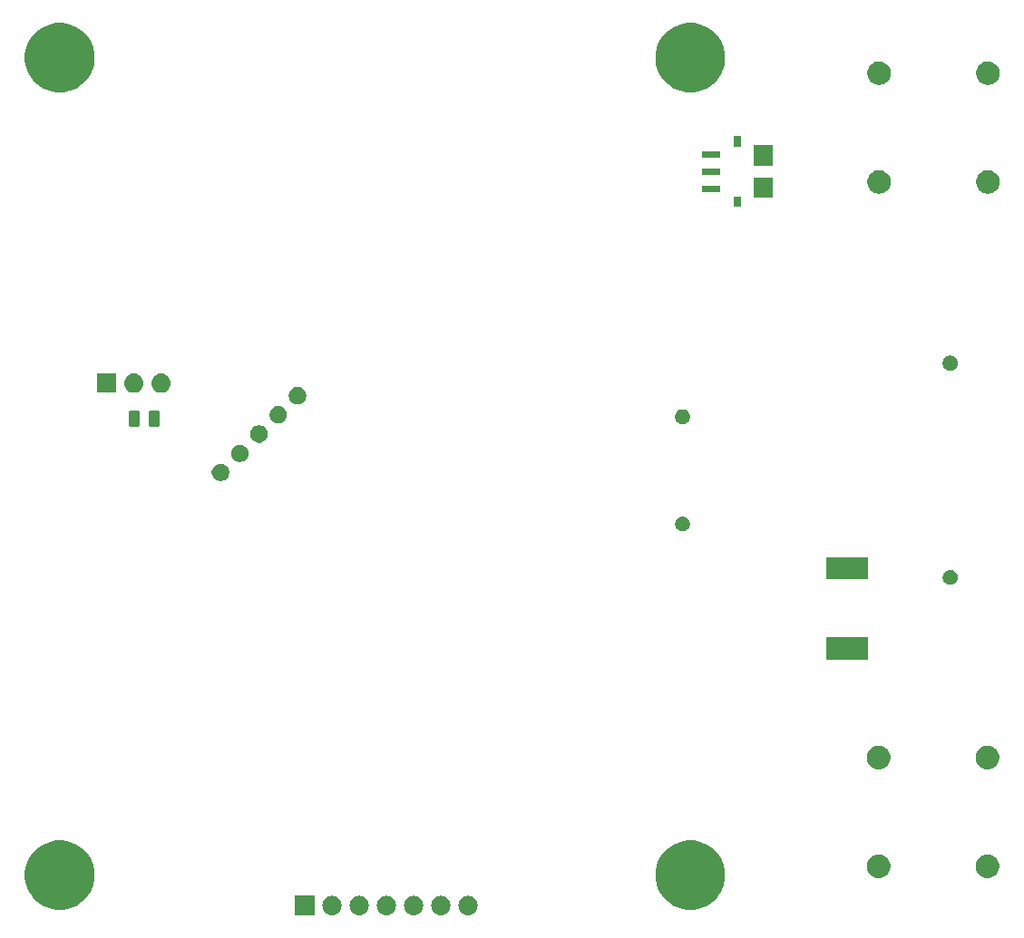
<source format=gbs>
G04 #@! TF.GenerationSoftware,KiCad,Pcbnew,5.1.4-3.fc30*
G04 #@! TF.CreationDate,2019-12-04T09:12:17+01:00*
G04 #@! TF.ProjectId,WattFred,57617474-4672-4656-942e-6b696361645f,rev?*
G04 #@! TF.SameCoordinates,Original*
G04 #@! TF.FileFunction,Soldermask,Bot*
G04 #@! TF.FilePolarity,Negative*
%FSLAX46Y46*%
G04 Gerber Fmt 4.6, Leading zero omitted, Abs format (unit mm)*
G04 Created by KiCad (PCBNEW 5.1.4-3.fc30) date 2019-12-04 09:12:17*
%MOMM*%
%LPD*%
G04 APERTURE LIST*
%ADD10C,0.100000*%
G04 APERTURE END LIST*
D10*
G36*
X114490443Y-134075519D02*
G01*
X114556627Y-134082037D01*
X114726466Y-134133557D01*
X114882991Y-134217222D01*
X114918729Y-134246552D01*
X115020186Y-134329814D01*
X115103448Y-134431271D01*
X115132778Y-134467009D01*
X115216443Y-134623534D01*
X115267963Y-134793373D01*
X115285359Y-134970000D01*
X115267963Y-135146627D01*
X115216443Y-135316466D01*
X115132778Y-135472991D01*
X115103448Y-135508729D01*
X115020186Y-135610186D01*
X114918729Y-135693448D01*
X114882991Y-135722778D01*
X114726466Y-135806443D01*
X114556627Y-135857963D01*
X114490443Y-135864481D01*
X114424260Y-135871000D01*
X114335740Y-135871000D01*
X114269557Y-135864481D01*
X114203373Y-135857963D01*
X114033534Y-135806443D01*
X113877009Y-135722778D01*
X113841271Y-135693448D01*
X113739814Y-135610186D01*
X113656552Y-135508729D01*
X113627222Y-135472991D01*
X113543557Y-135316466D01*
X113492037Y-135146627D01*
X113474641Y-134970000D01*
X113492037Y-134793373D01*
X113543557Y-134623534D01*
X113627222Y-134467009D01*
X113656552Y-134431271D01*
X113739814Y-134329814D01*
X113841271Y-134246552D01*
X113877009Y-134217222D01*
X114033534Y-134133557D01*
X114203373Y-134082037D01*
X114269557Y-134075519D01*
X114335740Y-134069000D01*
X114424260Y-134069000D01*
X114490443Y-134075519D01*
X114490443Y-134075519D01*
G37*
G36*
X117030443Y-134075519D02*
G01*
X117096627Y-134082037D01*
X117266466Y-134133557D01*
X117422991Y-134217222D01*
X117458729Y-134246552D01*
X117560186Y-134329814D01*
X117643448Y-134431271D01*
X117672778Y-134467009D01*
X117756443Y-134623534D01*
X117807963Y-134793373D01*
X117825359Y-134970000D01*
X117807963Y-135146627D01*
X117756443Y-135316466D01*
X117672778Y-135472991D01*
X117643448Y-135508729D01*
X117560186Y-135610186D01*
X117458729Y-135693448D01*
X117422991Y-135722778D01*
X117266466Y-135806443D01*
X117096627Y-135857963D01*
X117030443Y-135864481D01*
X116964260Y-135871000D01*
X116875740Y-135871000D01*
X116809557Y-135864481D01*
X116743373Y-135857963D01*
X116573534Y-135806443D01*
X116417009Y-135722778D01*
X116381271Y-135693448D01*
X116279814Y-135610186D01*
X116196552Y-135508729D01*
X116167222Y-135472991D01*
X116083557Y-135316466D01*
X116032037Y-135146627D01*
X116014641Y-134970000D01*
X116032037Y-134793373D01*
X116083557Y-134623534D01*
X116167222Y-134467009D01*
X116196552Y-134431271D01*
X116279814Y-134329814D01*
X116381271Y-134246552D01*
X116417009Y-134217222D01*
X116573534Y-134133557D01*
X116743373Y-134082037D01*
X116809557Y-134075519D01*
X116875740Y-134069000D01*
X116964260Y-134069000D01*
X117030443Y-134075519D01*
X117030443Y-134075519D01*
G37*
G36*
X119570443Y-134075519D02*
G01*
X119636627Y-134082037D01*
X119806466Y-134133557D01*
X119962991Y-134217222D01*
X119998729Y-134246552D01*
X120100186Y-134329814D01*
X120183448Y-134431271D01*
X120212778Y-134467009D01*
X120296443Y-134623534D01*
X120347963Y-134793373D01*
X120365359Y-134970000D01*
X120347963Y-135146627D01*
X120296443Y-135316466D01*
X120212778Y-135472991D01*
X120183448Y-135508729D01*
X120100186Y-135610186D01*
X119998729Y-135693448D01*
X119962991Y-135722778D01*
X119806466Y-135806443D01*
X119636627Y-135857963D01*
X119570443Y-135864481D01*
X119504260Y-135871000D01*
X119415740Y-135871000D01*
X119349557Y-135864481D01*
X119283373Y-135857963D01*
X119113534Y-135806443D01*
X118957009Y-135722778D01*
X118921271Y-135693448D01*
X118819814Y-135610186D01*
X118736552Y-135508729D01*
X118707222Y-135472991D01*
X118623557Y-135316466D01*
X118572037Y-135146627D01*
X118554641Y-134970000D01*
X118572037Y-134793373D01*
X118623557Y-134623534D01*
X118707222Y-134467009D01*
X118736552Y-134431271D01*
X118819814Y-134329814D01*
X118921271Y-134246552D01*
X118957009Y-134217222D01*
X119113534Y-134133557D01*
X119283373Y-134082037D01*
X119349557Y-134075519D01*
X119415740Y-134069000D01*
X119504260Y-134069000D01*
X119570443Y-134075519D01*
X119570443Y-134075519D01*
G37*
G36*
X105121000Y-135871000D02*
G01*
X103319000Y-135871000D01*
X103319000Y-134069000D01*
X105121000Y-134069000D01*
X105121000Y-135871000D01*
X105121000Y-135871000D01*
G37*
G36*
X109410443Y-134075519D02*
G01*
X109476627Y-134082037D01*
X109646466Y-134133557D01*
X109802991Y-134217222D01*
X109838729Y-134246552D01*
X109940186Y-134329814D01*
X110023448Y-134431271D01*
X110052778Y-134467009D01*
X110136443Y-134623534D01*
X110187963Y-134793373D01*
X110205359Y-134970000D01*
X110187963Y-135146627D01*
X110136443Y-135316466D01*
X110052778Y-135472991D01*
X110023448Y-135508729D01*
X109940186Y-135610186D01*
X109838729Y-135693448D01*
X109802991Y-135722778D01*
X109646466Y-135806443D01*
X109476627Y-135857963D01*
X109410443Y-135864481D01*
X109344260Y-135871000D01*
X109255740Y-135871000D01*
X109189557Y-135864481D01*
X109123373Y-135857963D01*
X108953534Y-135806443D01*
X108797009Y-135722778D01*
X108761271Y-135693448D01*
X108659814Y-135610186D01*
X108576552Y-135508729D01*
X108547222Y-135472991D01*
X108463557Y-135316466D01*
X108412037Y-135146627D01*
X108394641Y-134970000D01*
X108412037Y-134793373D01*
X108463557Y-134623534D01*
X108547222Y-134467009D01*
X108576552Y-134431271D01*
X108659814Y-134329814D01*
X108761271Y-134246552D01*
X108797009Y-134217222D01*
X108953534Y-134133557D01*
X109123373Y-134082037D01*
X109189557Y-134075519D01*
X109255740Y-134069000D01*
X109344260Y-134069000D01*
X109410443Y-134075519D01*
X109410443Y-134075519D01*
G37*
G36*
X111950443Y-134075519D02*
G01*
X112016627Y-134082037D01*
X112186466Y-134133557D01*
X112342991Y-134217222D01*
X112378729Y-134246552D01*
X112480186Y-134329814D01*
X112563448Y-134431271D01*
X112592778Y-134467009D01*
X112676443Y-134623534D01*
X112727963Y-134793373D01*
X112745359Y-134970000D01*
X112727963Y-135146627D01*
X112676443Y-135316466D01*
X112592778Y-135472991D01*
X112563448Y-135508729D01*
X112480186Y-135610186D01*
X112378729Y-135693448D01*
X112342991Y-135722778D01*
X112186466Y-135806443D01*
X112016627Y-135857963D01*
X111950443Y-135864481D01*
X111884260Y-135871000D01*
X111795740Y-135871000D01*
X111729557Y-135864481D01*
X111663373Y-135857963D01*
X111493534Y-135806443D01*
X111337009Y-135722778D01*
X111301271Y-135693448D01*
X111199814Y-135610186D01*
X111116552Y-135508729D01*
X111087222Y-135472991D01*
X111003557Y-135316466D01*
X110952037Y-135146627D01*
X110934641Y-134970000D01*
X110952037Y-134793373D01*
X111003557Y-134623534D01*
X111087222Y-134467009D01*
X111116552Y-134431271D01*
X111199814Y-134329814D01*
X111301271Y-134246552D01*
X111337009Y-134217222D01*
X111493534Y-134133557D01*
X111663373Y-134082037D01*
X111729557Y-134075519D01*
X111795740Y-134069000D01*
X111884260Y-134069000D01*
X111950443Y-134075519D01*
X111950443Y-134075519D01*
G37*
G36*
X106870443Y-134075519D02*
G01*
X106936627Y-134082037D01*
X107106466Y-134133557D01*
X107262991Y-134217222D01*
X107298729Y-134246552D01*
X107400186Y-134329814D01*
X107483448Y-134431271D01*
X107512778Y-134467009D01*
X107596443Y-134623534D01*
X107647963Y-134793373D01*
X107665359Y-134970000D01*
X107647963Y-135146627D01*
X107596443Y-135316466D01*
X107512778Y-135472991D01*
X107483448Y-135508729D01*
X107400186Y-135610186D01*
X107298729Y-135693448D01*
X107262991Y-135722778D01*
X107106466Y-135806443D01*
X106936627Y-135857963D01*
X106870443Y-135864481D01*
X106804260Y-135871000D01*
X106715740Y-135871000D01*
X106649557Y-135864481D01*
X106583373Y-135857963D01*
X106413534Y-135806443D01*
X106257009Y-135722778D01*
X106221271Y-135693448D01*
X106119814Y-135610186D01*
X106036552Y-135508729D01*
X106007222Y-135472991D01*
X105923557Y-135316466D01*
X105872037Y-135146627D01*
X105854641Y-134970000D01*
X105872037Y-134793373D01*
X105923557Y-134623534D01*
X106007222Y-134467009D01*
X106036552Y-134431271D01*
X106119814Y-134329814D01*
X106221271Y-134246552D01*
X106257009Y-134217222D01*
X106413534Y-134133557D01*
X106583373Y-134082037D01*
X106649557Y-134075519D01*
X106715740Y-134069000D01*
X106804260Y-134069000D01*
X106870443Y-134075519D01*
X106870443Y-134075519D01*
G37*
G36*
X81984239Y-128941467D02*
G01*
X82298282Y-129003934D01*
X82889926Y-129249001D01*
X83422392Y-129604784D01*
X83875216Y-130057608D01*
X84230999Y-130590074D01*
X84476066Y-131181718D01*
X84601000Y-131809804D01*
X84601000Y-132450196D01*
X84476066Y-133078282D01*
X84230999Y-133669926D01*
X83964346Y-134069000D01*
X83921210Y-134133558D01*
X83875216Y-134202392D01*
X83422392Y-134655216D01*
X82889926Y-135010999D01*
X82298282Y-135256066D01*
X81994620Y-135316468D01*
X81670197Y-135381000D01*
X81029803Y-135381000D01*
X80705380Y-135316468D01*
X80401718Y-135256066D01*
X79810074Y-135010999D01*
X79277608Y-134655216D01*
X78824784Y-134202392D01*
X78778791Y-134133558D01*
X78735654Y-134069000D01*
X78469001Y-133669926D01*
X78223934Y-133078282D01*
X78099000Y-132450196D01*
X78099000Y-131809804D01*
X78223934Y-131181718D01*
X78469001Y-130590074D01*
X78824784Y-130057608D01*
X79277608Y-129604784D01*
X79810074Y-129249001D01*
X80401718Y-129003934D01*
X80715761Y-128941467D01*
X81029803Y-128879000D01*
X81670197Y-128879000D01*
X81984239Y-128941467D01*
X81984239Y-128941467D01*
G37*
G36*
X140844239Y-128941467D02*
G01*
X141158282Y-129003934D01*
X141749926Y-129249001D01*
X142282392Y-129604784D01*
X142735216Y-130057608D01*
X143090999Y-130590074D01*
X143336066Y-131181718D01*
X143461000Y-131809804D01*
X143461000Y-132450196D01*
X143336066Y-133078282D01*
X143090999Y-133669926D01*
X142824346Y-134069000D01*
X142781210Y-134133558D01*
X142735216Y-134202392D01*
X142282392Y-134655216D01*
X141749926Y-135010999D01*
X141158282Y-135256066D01*
X140854620Y-135316468D01*
X140530197Y-135381000D01*
X139889803Y-135381000D01*
X139565380Y-135316468D01*
X139261718Y-135256066D01*
X138670074Y-135010999D01*
X138137608Y-134655216D01*
X137684784Y-134202392D01*
X137638791Y-134133558D01*
X137595654Y-134069000D01*
X137329001Y-133669926D01*
X137083934Y-133078282D01*
X136959000Y-132450196D01*
X136959000Y-131809804D01*
X137083934Y-131181718D01*
X137329001Y-130590074D01*
X137684784Y-130057608D01*
X138137608Y-129604784D01*
X138670074Y-129249001D01*
X139261718Y-129003934D01*
X139575761Y-128941467D01*
X139889803Y-128879000D01*
X140530197Y-128879000D01*
X140844239Y-128941467D01*
X140844239Y-128941467D01*
G37*
G36*
X168154795Y-130220156D02*
G01*
X168261150Y-130241311D01*
X168361334Y-130282809D01*
X168461520Y-130324307D01*
X168641844Y-130444795D01*
X168795205Y-130598156D01*
X168915693Y-130778480D01*
X168998689Y-130978851D01*
X169041000Y-131191560D01*
X169041000Y-131408440D01*
X168998689Y-131621149D01*
X168915693Y-131821520D01*
X168795205Y-132001844D01*
X168641844Y-132155205D01*
X168461520Y-132275693D01*
X168261150Y-132358689D01*
X168154795Y-132379844D01*
X168048440Y-132401000D01*
X167831560Y-132401000D01*
X167725205Y-132379844D01*
X167618850Y-132358689D01*
X167418480Y-132275693D01*
X167238156Y-132155205D01*
X167084795Y-132001844D01*
X166964307Y-131821520D01*
X166881311Y-131621149D01*
X166839000Y-131408440D01*
X166839000Y-131191560D01*
X166881311Y-130978851D01*
X166964307Y-130778480D01*
X167084795Y-130598156D01*
X167238156Y-130444795D01*
X167418480Y-130324307D01*
X167518666Y-130282809D01*
X167618850Y-130241311D01*
X167725205Y-130220156D01*
X167831560Y-130199000D01*
X168048440Y-130199000D01*
X168154795Y-130220156D01*
X168154795Y-130220156D01*
G37*
G36*
X157994795Y-130220156D02*
G01*
X158101150Y-130241311D01*
X158201334Y-130282809D01*
X158301520Y-130324307D01*
X158481844Y-130444795D01*
X158635205Y-130598156D01*
X158755693Y-130778480D01*
X158838689Y-130978851D01*
X158881000Y-131191560D01*
X158881000Y-131408440D01*
X158838689Y-131621149D01*
X158755693Y-131821520D01*
X158635205Y-132001844D01*
X158481844Y-132155205D01*
X158301520Y-132275693D01*
X158101150Y-132358689D01*
X157994795Y-132379844D01*
X157888440Y-132401000D01*
X157671560Y-132401000D01*
X157565205Y-132379844D01*
X157458850Y-132358689D01*
X157258480Y-132275693D01*
X157078156Y-132155205D01*
X156924795Y-132001844D01*
X156804307Y-131821520D01*
X156721311Y-131621149D01*
X156679000Y-131408440D01*
X156679000Y-131191560D01*
X156721311Y-130978851D01*
X156804307Y-130778480D01*
X156924795Y-130598156D01*
X157078156Y-130444795D01*
X157258480Y-130324307D01*
X157358666Y-130282809D01*
X157458850Y-130241311D01*
X157565205Y-130220156D01*
X157671560Y-130199000D01*
X157888440Y-130199000D01*
X157994795Y-130220156D01*
X157994795Y-130220156D01*
G37*
G36*
X168154794Y-120060155D02*
G01*
X168261150Y-120081311D01*
X168461520Y-120164307D01*
X168641844Y-120284795D01*
X168795205Y-120438156D01*
X168915693Y-120618480D01*
X168998689Y-120818851D01*
X169041000Y-121031560D01*
X169041000Y-121248440D01*
X168998689Y-121461149D01*
X168915693Y-121661520D01*
X168795205Y-121841844D01*
X168641844Y-121995205D01*
X168461520Y-122115693D01*
X168361334Y-122157191D01*
X168261150Y-122198689D01*
X168154795Y-122219844D01*
X168048440Y-122241000D01*
X167831560Y-122241000D01*
X167725205Y-122219844D01*
X167618850Y-122198689D01*
X167518666Y-122157191D01*
X167418480Y-122115693D01*
X167238156Y-121995205D01*
X167084795Y-121841844D01*
X166964307Y-121661520D01*
X166881311Y-121461149D01*
X166839000Y-121248440D01*
X166839000Y-121031560D01*
X166881311Y-120818851D01*
X166964307Y-120618480D01*
X167084795Y-120438156D01*
X167238156Y-120284795D01*
X167418480Y-120164307D01*
X167618850Y-120081311D01*
X167725206Y-120060155D01*
X167831560Y-120039000D01*
X168048440Y-120039000D01*
X168154794Y-120060155D01*
X168154794Y-120060155D01*
G37*
G36*
X157994794Y-120060155D02*
G01*
X158101150Y-120081311D01*
X158301520Y-120164307D01*
X158481844Y-120284795D01*
X158635205Y-120438156D01*
X158755693Y-120618480D01*
X158838689Y-120818851D01*
X158881000Y-121031560D01*
X158881000Y-121248440D01*
X158838689Y-121461149D01*
X158755693Y-121661520D01*
X158635205Y-121841844D01*
X158481844Y-121995205D01*
X158301520Y-122115693D01*
X158201334Y-122157191D01*
X158101150Y-122198689D01*
X157994795Y-122219844D01*
X157888440Y-122241000D01*
X157671560Y-122241000D01*
X157565205Y-122219844D01*
X157458850Y-122198689D01*
X157358666Y-122157191D01*
X157258480Y-122115693D01*
X157078156Y-121995205D01*
X156924795Y-121841844D01*
X156804307Y-121661520D01*
X156721311Y-121461149D01*
X156679000Y-121248440D01*
X156679000Y-121031560D01*
X156721311Y-120818851D01*
X156804307Y-120618480D01*
X156924795Y-120438156D01*
X157078156Y-120284795D01*
X157258480Y-120164307D01*
X157458850Y-120081311D01*
X157565206Y-120060155D01*
X157671560Y-120039000D01*
X157888440Y-120039000D01*
X157994794Y-120060155D01*
X157994794Y-120060155D01*
G37*
G36*
X156756000Y-112011000D02*
G01*
X152904000Y-112011000D01*
X152904000Y-109909000D01*
X156756000Y-109909000D01*
X156756000Y-112011000D01*
X156756000Y-112011000D01*
G37*
G36*
X164684473Y-103635938D02*
G01*
X164812049Y-103688782D01*
X164926859Y-103765495D01*
X165024505Y-103863141D01*
X165101218Y-103977951D01*
X165154062Y-104105527D01*
X165181000Y-104240956D01*
X165181000Y-104379044D01*
X165154062Y-104514473D01*
X165101218Y-104642049D01*
X165024505Y-104756859D01*
X164926859Y-104854505D01*
X164812049Y-104931218D01*
X164684473Y-104984062D01*
X164549044Y-105011000D01*
X164410956Y-105011000D01*
X164275527Y-104984062D01*
X164147951Y-104931218D01*
X164033141Y-104854505D01*
X163935495Y-104756859D01*
X163858782Y-104642049D01*
X163805938Y-104514473D01*
X163779000Y-104379044D01*
X163779000Y-104240956D01*
X163805938Y-104105527D01*
X163858782Y-103977951D01*
X163935495Y-103863141D01*
X164033141Y-103765495D01*
X164147951Y-103688782D01*
X164275527Y-103635938D01*
X164410956Y-103609000D01*
X164549044Y-103609000D01*
X164684473Y-103635938D01*
X164684473Y-103635938D01*
G37*
G36*
X156756000Y-104511000D02*
G01*
X152904000Y-104511000D01*
X152904000Y-102409000D01*
X156756000Y-102409000D01*
X156756000Y-104511000D01*
X156756000Y-104511000D01*
G37*
G36*
X139684473Y-98635938D02*
G01*
X139812049Y-98688782D01*
X139926859Y-98765495D01*
X140024505Y-98863141D01*
X140101218Y-98977951D01*
X140154062Y-99105527D01*
X140181000Y-99240956D01*
X140181000Y-99379044D01*
X140154062Y-99514473D01*
X140101218Y-99642049D01*
X140024505Y-99756859D01*
X139926859Y-99854505D01*
X139812049Y-99931218D01*
X139684473Y-99984062D01*
X139549044Y-100011000D01*
X139410956Y-100011000D01*
X139275527Y-99984062D01*
X139147951Y-99931218D01*
X139033141Y-99854505D01*
X138935495Y-99756859D01*
X138858782Y-99642049D01*
X138805938Y-99514473D01*
X138779000Y-99379044D01*
X138779000Y-99240956D01*
X138805938Y-99105527D01*
X138858782Y-98977951D01*
X138935495Y-98863141D01*
X139033141Y-98765495D01*
X139147951Y-98688782D01*
X139275527Y-98635938D01*
X139410956Y-98609000D01*
X139549044Y-98609000D01*
X139684473Y-98635938D01*
X139684473Y-98635938D01*
G37*
G36*
X96587968Y-93728273D02*
G01*
X96735927Y-93789560D01*
X96869081Y-93878530D01*
X96982327Y-93991776D01*
X97071297Y-94124930D01*
X97132584Y-94272889D01*
X97163826Y-94429956D01*
X97163826Y-94590106D01*
X97132584Y-94747173D01*
X97071297Y-94895132D01*
X96982327Y-95028286D01*
X96869081Y-95141532D01*
X96735927Y-95230502D01*
X96587968Y-95291789D01*
X96430901Y-95323031D01*
X96270751Y-95323031D01*
X96113684Y-95291789D01*
X95965725Y-95230502D01*
X95832571Y-95141532D01*
X95719325Y-95028286D01*
X95630355Y-94895132D01*
X95569068Y-94747173D01*
X95537826Y-94590106D01*
X95537826Y-94429956D01*
X95569068Y-94272889D01*
X95630355Y-94124930D01*
X95719325Y-93991776D01*
X95832571Y-93878530D01*
X95965725Y-93789560D01*
X96113684Y-93728273D01*
X96270751Y-93697031D01*
X96430901Y-93697031D01*
X96587968Y-93728273D01*
X96587968Y-93728273D01*
G37*
G36*
X98391091Y-91939293D02*
G01*
X98539050Y-92000580D01*
X98672204Y-92089550D01*
X98785450Y-92202796D01*
X98874420Y-92335950D01*
X98935707Y-92483909D01*
X98966949Y-92640976D01*
X98966949Y-92801126D01*
X98935707Y-92958193D01*
X98874420Y-93106152D01*
X98785450Y-93239306D01*
X98672204Y-93352552D01*
X98539050Y-93441522D01*
X98391091Y-93502809D01*
X98234024Y-93534051D01*
X98073874Y-93534051D01*
X97916807Y-93502809D01*
X97768848Y-93441522D01*
X97635694Y-93352552D01*
X97522448Y-93239306D01*
X97433478Y-93106152D01*
X97372191Y-92958193D01*
X97340949Y-92801126D01*
X97340949Y-92640976D01*
X97372191Y-92483909D01*
X97433478Y-92335950D01*
X97522448Y-92202796D01*
X97635694Y-92089550D01*
X97768848Y-92000580D01*
X97916807Y-91939293D01*
X98073874Y-91908051D01*
X98234024Y-91908051D01*
X98391091Y-91939293D01*
X98391091Y-91939293D01*
G37*
G36*
X100187142Y-90143242D02*
G01*
X100335101Y-90204529D01*
X100468255Y-90293499D01*
X100581501Y-90406745D01*
X100670471Y-90539899D01*
X100731758Y-90687858D01*
X100763000Y-90844925D01*
X100763000Y-91005075D01*
X100731758Y-91162142D01*
X100670471Y-91310101D01*
X100581501Y-91443255D01*
X100468255Y-91556501D01*
X100335101Y-91645471D01*
X100187142Y-91706758D01*
X100030075Y-91738000D01*
X99869925Y-91738000D01*
X99712858Y-91706758D01*
X99564899Y-91645471D01*
X99431745Y-91556501D01*
X99318499Y-91443255D01*
X99229529Y-91310101D01*
X99168242Y-91162142D01*
X99137000Y-91005075D01*
X99137000Y-90844925D01*
X99168242Y-90687858D01*
X99229529Y-90539899D01*
X99318499Y-90406745D01*
X99431745Y-90293499D01*
X99564899Y-90204529D01*
X99712858Y-90143242D01*
X99869925Y-90112000D01*
X100030075Y-90112000D01*
X100187142Y-90143242D01*
X100187142Y-90143242D01*
G37*
G36*
X88666968Y-88743565D02*
G01*
X88705638Y-88755296D01*
X88741277Y-88774346D01*
X88772517Y-88799983D01*
X88798154Y-88831223D01*
X88817204Y-88866862D01*
X88828935Y-88905532D01*
X88833500Y-88951888D01*
X88833500Y-90028112D01*
X88828935Y-90074468D01*
X88817204Y-90113138D01*
X88798154Y-90148777D01*
X88772517Y-90180017D01*
X88741277Y-90205654D01*
X88705638Y-90224704D01*
X88666968Y-90236435D01*
X88620612Y-90241000D01*
X87969388Y-90241000D01*
X87923032Y-90236435D01*
X87884362Y-90224704D01*
X87848723Y-90205654D01*
X87817483Y-90180017D01*
X87791846Y-90148777D01*
X87772796Y-90113138D01*
X87761065Y-90074468D01*
X87756500Y-90028112D01*
X87756500Y-88951888D01*
X87761065Y-88905532D01*
X87772796Y-88866862D01*
X87791846Y-88831223D01*
X87817483Y-88799983D01*
X87848723Y-88774346D01*
X87884362Y-88755296D01*
X87923032Y-88743565D01*
X87969388Y-88739000D01*
X88620612Y-88739000D01*
X88666968Y-88743565D01*
X88666968Y-88743565D01*
G37*
G36*
X90541968Y-88743565D02*
G01*
X90580638Y-88755296D01*
X90616277Y-88774346D01*
X90647517Y-88799983D01*
X90673154Y-88831223D01*
X90692204Y-88866862D01*
X90703935Y-88905532D01*
X90708500Y-88951888D01*
X90708500Y-90028112D01*
X90703935Y-90074468D01*
X90692204Y-90113138D01*
X90673154Y-90148777D01*
X90647517Y-90180017D01*
X90616277Y-90205654D01*
X90580638Y-90224704D01*
X90541968Y-90236435D01*
X90495612Y-90241000D01*
X89844388Y-90241000D01*
X89798032Y-90236435D01*
X89759362Y-90224704D01*
X89723723Y-90205654D01*
X89692483Y-90180017D01*
X89666846Y-90148777D01*
X89647796Y-90113138D01*
X89636065Y-90074468D01*
X89631500Y-90028112D01*
X89631500Y-88951888D01*
X89636065Y-88905532D01*
X89647796Y-88866862D01*
X89666846Y-88831223D01*
X89692483Y-88799983D01*
X89723723Y-88774346D01*
X89759362Y-88755296D01*
X89798032Y-88743565D01*
X89844388Y-88739000D01*
X90495612Y-88739000D01*
X90541968Y-88743565D01*
X90541968Y-88743565D01*
G37*
G36*
X139684473Y-88635938D02*
G01*
X139812049Y-88688782D01*
X139926859Y-88765495D01*
X140024505Y-88863141D01*
X140101218Y-88977951D01*
X140154062Y-89105527D01*
X140181000Y-89240956D01*
X140181000Y-89379044D01*
X140154062Y-89514473D01*
X140101218Y-89642049D01*
X140024505Y-89756859D01*
X139926859Y-89854505D01*
X139812049Y-89931218D01*
X139684473Y-89984062D01*
X139549044Y-90011000D01*
X139410956Y-90011000D01*
X139275527Y-89984062D01*
X139147951Y-89931218D01*
X139033141Y-89854505D01*
X138935495Y-89756859D01*
X138858782Y-89642049D01*
X138805938Y-89514473D01*
X138779000Y-89379044D01*
X138779000Y-89240956D01*
X138805938Y-89105527D01*
X138858782Y-88977951D01*
X138935495Y-88863141D01*
X139033141Y-88765495D01*
X139147951Y-88688782D01*
X139275527Y-88635938D01*
X139410956Y-88609000D01*
X139549044Y-88609000D01*
X139684473Y-88635938D01*
X139684473Y-88635938D01*
G37*
G36*
X101983193Y-88347191D02*
G01*
X102131152Y-88408478D01*
X102264306Y-88497448D01*
X102377552Y-88610694D01*
X102466522Y-88743848D01*
X102527809Y-88891807D01*
X102559051Y-89048874D01*
X102559051Y-89209024D01*
X102527809Y-89366091D01*
X102466522Y-89514050D01*
X102377552Y-89647204D01*
X102264306Y-89760450D01*
X102131152Y-89849420D01*
X101983193Y-89910707D01*
X101826126Y-89941949D01*
X101665976Y-89941949D01*
X101508909Y-89910707D01*
X101360950Y-89849420D01*
X101227796Y-89760450D01*
X101114550Y-89647204D01*
X101025580Y-89514050D01*
X100964293Y-89366091D01*
X100933051Y-89209024D01*
X100933051Y-89048874D01*
X100964293Y-88891807D01*
X101025580Y-88743848D01*
X101114550Y-88610694D01*
X101227796Y-88497448D01*
X101360950Y-88408478D01*
X101508909Y-88347191D01*
X101665976Y-88315949D01*
X101826126Y-88315949D01*
X101983193Y-88347191D01*
X101983193Y-88347191D01*
G37*
G36*
X103779244Y-86551140D02*
G01*
X103927203Y-86612427D01*
X104060357Y-86701397D01*
X104173603Y-86814643D01*
X104262573Y-86947797D01*
X104323860Y-87095756D01*
X104355102Y-87252823D01*
X104355102Y-87412973D01*
X104323860Y-87570040D01*
X104262573Y-87717999D01*
X104173603Y-87851153D01*
X104060357Y-87964399D01*
X103927203Y-88053369D01*
X103779244Y-88114656D01*
X103622177Y-88145898D01*
X103462027Y-88145898D01*
X103304960Y-88114656D01*
X103157001Y-88053369D01*
X103023847Y-87964399D01*
X102910601Y-87851153D01*
X102821631Y-87717999D01*
X102760344Y-87570040D01*
X102729102Y-87412973D01*
X102729102Y-87252823D01*
X102760344Y-87095756D01*
X102821631Y-86947797D01*
X102910601Y-86814643D01*
X103023847Y-86701397D01*
X103157001Y-86612427D01*
X103304960Y-86551140D01*
X103462027Y-86519898D01*
X103622177Y-86519898D01*
X103779244Y-86551140D01*
X103779244Y-86551140D01*
G37*
G36*
X86621000Y-87071000D02*
G01*
X84819000Y-87071000D01*
X84819000Y-85269000D01*
X86621000Y-85269000D01*
X86621000Y-87071000D01*
X86621000Y-87071000D01*
G37*
G36*
X90910443Y-85275519D02*
G01*
X90976627Y-85282037D01*
X91146466Y-85333557D01*
X91302991Y-85417222D01*
X91338729Y-85446552D01*
X91440186Y-85529814D01*
X91523448Y-85631271D01*
X91552778Y-85667009D01*
X91636443Y-85823534D01*
X91687963Y-85993373D01*
X91705359Y-86170000D01*
X91687963Y-86346627D01*
X91636443Y-86516466D01*
X91552778Y-86672991D01*
X91529466Y-86701397D01*
X91440186Y-86810186D01*
X91338729Y-86893448D01*
X91302991Y-86922778D01*
X91146466Y-87006443D01*
X90976627Y-87057963D01*
X90910443Y-87064481D01*
X90844260Y-87071000D01*
X90755740Y-87071000D01*
X90689557Y-87064481D01*
X90623373Y-87057963D01*
X90453534Y-87006443D01*
X90297009Y-86922778D01*
X90261271Y-86893448D01*
X90159814Y-86810186D01*
X90070534Y-86701397D01*
X90047222Y-86672991D01*
X89963557Y-86516466D01*
X89912037Y-86346627D01*
X89894641Y-86170000D01*
X89912037Y-85993373D01*
X89963557Y-85823534D01*
X90047222Y-85667009D01*
X90076552Y-85631271D01*
X90159814Y-85529814D01*
X90261271Y-85446552D01*
X90297009Y-85417222D01*
X90453534Y-85333557D01*
X90623373Y-85282037D01*
X90689557Y-85275519D01*
X90755740Y-85269000D01*
X90844260Y-85269000D01*
X90910443Y-85275519D01*
X90910443Y-85275519D01*
G37*
G36*
X88370443Y-85275519D02*
G01*
X88436627Y-85282037D01*
X88606466Y-85333557D01*
X88762991Y-85417222D01*
X88798729Y-85446552D01*
X88900186Y-85529814D01*
X88983448Y-85631271D01*
X89012778Y-85667009D01*
X89096443Y-85823534D01*
X89147963Y-85993373D01*
X89165359Y-86170000D01*
X89147963Y-86346627D01*
X89096443Y-86516466D01*
X89012778Y-86672991D01*
X88989466Y-86701397D01*
X88900186Y-86810186D01*
X88798729Y-86893448D01*
X88762991Y-86922778D01*
X88606466Y-87006443D01*
X88436627Y-87057963D01*
X88370443Y-87064481D01*
X88304260Y-87071000D01*
X88215740Y-87071000D01*
X88149557Y-87064481D01*
X88083373Y-87057963D01*
X87913534Y-87006443D01*
X87757009Y-86922778D01*
X87721271Y-86893448D01*
X87619814Y-86810186D01*
X87530534Y-86701397D01*
X87507222Y-86672991D01*
X87423557Y-86516466D01*
X87372037Y-86346627D01*
X87354641Y-86170000D01*
X87372037Y-85993373D01*
X87423557Y-85823534D01*
X87507222Y-85667009D01*
X87536552Y-85631271D01*
X87619814Y-85529814D01*
X87721271Y-85446552D01*
X87757009Y-85417222D01*
X87913534Y-85333557D01*
X88083373Y-85282037D01*
X88149557Y-85275519D01*
X88215740Y-85269000D01*
X88304260Y-85269000D01*
X88370443Y-85275519D01*
X88370443Y-85275519D01*
G37*
G36*
X164684473Y-83635938D02*
G01*
X164812049Y-83688782D01*
X164926859Y-83765495D01*
X165024505Y-83863141D01*
X165101218Y-83977951D01*
X165154062Y-84105527D01*
X165181000Y-84240956D01*
X165181000Y-84379044D01*
X165154062Y-84514473D01*
X165101218Y-84642049D01*
X165024505Y-84756859D01*
X164926859Y-84854505D01*
X164812049Y-84931218D01*
X164684473Y-84984062D01*
X164549044Y-85011000D01*
X164410956Y-85011000D01*
X164275527Y-84984062D01*
X164147951Y-84931218D01*
X164033141Y-84854505D01*
X163935495Y-84756859D01*
X163858782Y-84642049D01*
X163805938Y-84514473D01*
X163779000Y-84379044D01*
X163779000Y-84240956D01*
X163805938Y-84105527D01*
X163858782Y-83977951D01*
X163935495Y-83863141D01*
X164033141Y-83765495D01*
X164147951Y-83688782D01*
X164275527Y-83635938D01*
X164410956Y-83609000D01*
X164549044Y-83609000D01*
X164684473Y-83635938D01*
X164684473Y-83635938D01*
G37*
G36*
X144981000Y-69716000D02*
G01*
X144279000Y-69716000D01*
X144279000Y-68714000D01*
X144981000Y-68714000D01*
X144981000Y-69716000D01*
X144981000Y-69716000D01*
G37*
G36*
X147931000Y-68866000D02*
G01*
X146129000Y-68866000D01*
X146129000Y-66964000D01*
X147931000Y-66964000D01*
X147931000Y-68866000D01*
X147931000Y-68866000D01*
G37*
G36*
X168194794Y-66290155D02*
G01*
X168301150Y-66311311D01*
X168501520Y-66394307D01*
X168681844Y-66514795D01*
X168835205Y-66668156D01*
X168955693Y-66848480D01*
X169038689Y-67048851D01*
X169081000Y-67261560D01*
X169081000Y-67478440D01*
X169038689Y-67691149D01*
X168955693Y-67891520D01*
X168835205Y-68071844D01*
X168681844Y-68225205D01*
X168501520Y-68345693D01*
X168401334Y-68387191D01*
X168301150Y-68428689D01*
X168194795Y-68449844D01*
X168088440Y-68471000D01*
X167871560Y-68471000D01*
X167765205Y-68449844D01*
X167658850Y-68428689D01*
X167558666Y-68387191D01*
X167458480Y-68345693D01*
X167278156Y-68225205D01*
X167124795Y-68071844D01*
X167004307Y-67891520D01*
X166921311Y-67691149D01*
X166879000Y-67478440D01*
X166879000Y-67261560D01*
X166921311Y-67048851D01*
X167004307Y-66848480D01*
X167124795Y-66668156D01*
X167278156Y-66514795D01*
X167458480Y-66394307D01*
X167658850Y-66311311D01*
X167765206Y-66290155D01*
X167871560Y-66269000D01*
X168088440Y-66269000D01*
X168194794Y-66290155D01*
X168194794Y-66290155D01*
G37*
G36*
X158034794Y-66290155D02*
G01*
X158141150Y-66311311D01*
X158341520Y-66394307D01*
X158521844Y-66514795D01*
X158675205Y-66668156D01*
X158795693Y-66848480D01*
X158878689Y-67048851D01*
X158921000Y-67261560D01*
X158921000Y-67478440D01*
X158878689Y-67691149D01*
X158795693Y-67891520D01*
X158675205Y-68071844D01*
X158521844Y-68225205D01*
X158341520Y-68345693D01*
X158241334Y-68387191D01*
X158141150Y-68428689D01*
X158034795Y-68449844D01*
X157928440Y-68471000D01*
X157711560Y-68471000D01*
X157605205Y-68449844D01*
X157498850Y-68428689D01*
X157398666Y-68387191D01*
X157298480Y-68345693D01*
X157118156Y-68225205D01*
X156964795Y-68071844D01*
X156844307Y-67891520D01*
X156761311Y-67691149D01*
X156719000Y-67478440D01*
X156719000Y-67261560D01*
X156761311Y-67048851D01*
X156844307Y-66848480D01*
X156964795Y-66668156D01*
X157118156Y-66514795D01*
X157298480Y-66394307D01*
X157498850Y-66311311D01*
X157605206Y-66290155D01*
X157711560Y-66269000D01*
X157928440Y-66269000D01*
X158034794Y-66290155D01*
X158034794Y-66290155D01*
G37*
G36*
X142981000Y-68316000D02*
G01*
X141279000Y-68316000D01*
X141279000Y-67714000D01*
X142981000Y-67714000D01*
X142981000Y-68316000D01*
X142981000Y-68316000D01*
G37*
G36*
X142981000Y-66716000D02*
G01*
X141279000Y-66716000D01*
X141279000Y-66114000D01*
X142981000Y-66114000D01*
X142981000Y-66716000D01*
X142981000Y-66716000D01*
G37*
G36*
X147931000Y-65866000D02*
G01*
X146129000Y-65866000D01*
X146129000Y-63964000D01*
X147931000Y-63964000D01*
X147931000Y-65866000D01*
X147931000Y-65866000D01*
G37*
G36*
X142981000Y-65116000D02*
G01*
X141279000Y-65116000D01*
X141279000Y-64514000D01*
X142981000Y-64514000D01*
X142981000Y-65116000D01*
X142981000Y-65116000D01*
G37*
G36*
X144981000Y-64116000D02*
G01*
X144279000Y-64116000D01*
X144279000Y-63114000D01*
X144981000Y-63114000D01*
X144981000Y-64116000D01*
X144981000Y-64116000D01*
G37*
G36*
X140844239Y-52571467D02*
G01*
X141158282Y-52633934D01*
X141749926Y-52879001D01*
X142282392Y-53234784D01*
X142735216Y-53687608D01*
X143090999Y-54220074D01*
X143336066Y-54811718D01*
X143336066Y-54811719D01*
X143461000Y-55439803D01*
X143461000Y-56080197D01*
X143406379Y-56354795D01*
X143336066Y-56708282D01*
X143090999Y-57299926D01*
X142735216Y-57832392D01*
X142282392Y-58285216D01*
X141749926Y-58640999D01*
X141158282Y-58886066D01*
X140844239Y-58948533D01*
X140530197Y-59011000D01*
X139889803Y-59011000D01*
X139575761Y-58948533D01*
X139261718Y-58886066D01*
X138670074Y-58640999D01*
X138137608Y-58285216D01*
X137684784Y-57832392D01*
X137329001Y-57299926D01*
X137083934Y-56708282D01*
X137013621Y-56354795D01*
X136959000Y-56080197D01*
X136959000Y-55439803D01*
X137083934Y-54811719D01*
X137083934Y-54811718D01*
X137329001Y-54220074D01*
X137684784Y-53687608D01*
X138137608Y-53234784D01*
X138670074Y-52879001D01*
X139261718Y-52633934D01*
X139575761Y-52571467D01*
X139889803Y-52509000D01*
X140530197Y-52509000D01*
X140844239Y-52571467D01*
X140844239Y-52571467D01*
G37*
G36*
X81984239Y-52571467D02*
G01*
X82298282Y-52633934D01*
X82889926Y-52879001D01*
X83422392Y-53234784D01*
X83875216Y-53687608D01*
X84230999Y-54220074D01*
X84476066Y-54811718D01*
X84476066Y-54811719D01*
X84601000Y-55439803D01*
X84601000Y-56080197D01*
X84546379Y-56354795D01*
X84476066Y-56708282D01*
X84230999Y-57299926D01*
X83875216Y-57832392D01*
X83422392Y-58285216D01*
X82889926Y-58640999D01*
X82298282Y-58886066D01*
X81984239Y-58948533D01*
X81670197Y-59011000D01*
X81029803Y-59011000D01*
X80715761Y-58948533D01*
X80401718Y-58886066D01*
X79810074Y-58640999D01*
X79277608Y-58285216D01*
X78824784Y-57832392D01*
X78469001Y-57299926D01*
X78223934Y-56708282D01*
X78153621Y-56354795D01*
X78099000Y-56080197D01*
X78099000Y-55439803D01*
X78223934Y-54811719D01*
X78223934Y-54811718D01*
X78469001Y-54220074D01*
X78824784Y-53687608D01*
X79277608Y-53234784D01*
X79810074Y-52879001D01*
X80401718Y-52633934D01*
X80715761Y-52571467D01*
X81029803Y-52509000D01*
X81670197Y-52509000D01*
X81984239Y-52571467D01*
X81984239Y-52571467D01*
G37*
G36*
X158034794Y-56130155D02*
G01*
X158141150Y-56151311D01*
X158241334Y-56192809D01*
X158341520Y-56234307D01*
X158521844Y-56354795D01*
X158675205Y-56508156D01*
X158795693Y-56688480D01*
X158878689Y-56888851D01*
X158921000Y-57101560D01*
X158921000Y-57318440D01*
X158878689Y-57531149D01*
X158795693Y-57731520D01*
X158675205Y-57911844D01*
X158521844Y-58065205D01*
X158341520Y-58185693D01*
X158241334Y-58227191D01*
X158141150Y-58268689D01*
X158058063Y-58285216D01*
X157928440Y-58311000D01*
X157711560Y-58311000D01*
X157581937Y-58285216D01*
X157498850Y-58268689D01*
X157298480Y-58185693D01*
X157118156Y-58065205D01*
X156964795Y-57911844D01*
X156844307Y-57731520D01*
X156761311Y-57531149D01*
X156719000Y-57318440D01*
X156719000Y-57101560D01*
X156761311Y-56888851D01*
X156844307Y-56688480D01*
X156964795Y-56508156D01*
X157118156Y-56354795D01*
X157298480Y-56234307D01*
X157498850Y-56151311D01*
X157605206Y-56130155D01*
X157711560Y-56109000D01*
X157928440Y-56109000D01*
X158034794Y-56130155D01*
X158034794Y-56130155D01*
G37*
G36*
X168194794Y-56130155D02*
G01*
X168301150Y-56151311D01*
X168401334Y-56192809D01*
X168501520Y-56234307D01*
X168681844Y-56354795D01*
X168835205Y-56508156D01*
X168955693Y-56688480D01*
X169038689Y-56888851D01*
X169081000Y-57101560D01*
X169081000Y-57318440D01*
X169038689Y-57531149D01*
X168955693Y-57731520D01*
X168835205Y-57911844D01*
X168681844Y-58065205D01*
X168501520Y-58185693D01*
X168401334Y-58227191D01*
X168301150Y-58268689D01*
X168218063Y-58285216D01*
X168088440Y-58311000D01*
X167871560Y-58311000D01*
X167741937Y-58285216D01*
X167658850Y-58268689D01*
X167458480Y-58185693D01*
X167278156Y-58065205D01*
X167124795Y-57911844D01*
X167004307Y-57731520D01*
X166921311Y-57531149D01*
X166879000Y-57318440D01*
X166879000Y-57101560D01*
X166921311Y-56888851D01*
X167004307Y-56688480D01*
X167124795Y-56508156D01*
X167278156Y-56354795D01*
X167458480Y-56234307D01*
X167658850Y-56151311D01*
X167765206Y-56130155D01*
X167871560Y-56109000D01*
X168088440Y-56109000D01*
X168194794Y-56130155D01*
X168194794Y-56130155D01*
G37*
M02*

</source>
